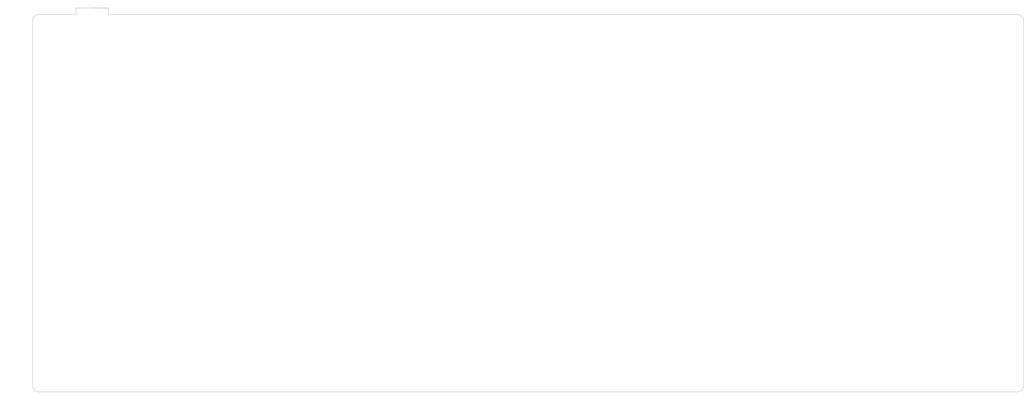
<source format=kicad_pcb>
(kicad_pcb (version 20171130) (host pcbnew "(5.1.6)-1")

  (general
    (thickness 1.6)
    (drawings 695)
    (tracks 0)
    (zones 0)
    (modules 0)
    (nets 1)
  )

  (page A4)
  (layers
    (0 F.Cu signal)
    (31 B.Cu signal)
    (32 B.Adhes user)
    (33 F.Adhes user)
    (34 B.Paste user)
    (35 F.Paste user)
    (36 B.SilkS user)
    (37 F.SilkS user)
    (38 B.Mask user)
    (39 F.Mask user)
    (40 Dwgs.User user)
    (41 Cmts.User user)
    (42 Eco1.User user)
    (43 Eco2.User user)
    (44 Edge.Cuts user)
    (45 Margin user)
    (46 B.CrtYd user)
    (47 F.CrtYd user)
    (48 B.Fab user)
    (49 F.Fab user)
  )

  (setup
    (last_trace_width 0.25)
    (trace_clearance 0.2)
    (zone_clearance 0.508)
    (zone_45_only no)
    (trace_min 0.2)
    (via_size 0.8)
    (via_drill 0.4)
    (via_min_size 0.4)
    (via_min_drill 0.3)
    (uvia_size 0.3)
    (uvia_drill 0.1)
    (uvias_allowed no)
    (uvia_min_size 0.2)
    (uvia_min_drill 0.1)
    (edge_width 0.05)
    (segment_width 0.2)
    (pcb_text_width 0.3)
    (pcb_text_size 1.5 1.5)
    (mod_edge_width 0.12)
    (mod_text_size 1 1)
    (mod_text_width 0.15)
    (pad_size 1.524 1.524)
    (pad_drill 0.762)
    (pad_to_mask_clearance 0.05)
    (aux_axis_origin 0 0)
    (visible_elements FFFFFF7F)
    (pcbplotparams
      (layerselection 0x010fc_ffffffff)
      (usegerberextensions false)
      (usegerberattributes true)
      (usegerberadvancedattributes true)
      (creategerberjobfile true)
      (excludeedgelayer true)
      (linewidth 0.100000)
      (plotframeref false)
      (viasonmask false)
      (mode 1)
      (useauxorigin false)
      (hpglpennumber 1)
      (hpglpenspeed 20)
      (hpglpendiameter 15.000000)
      (psnegative false)
      (psa4output false)
      (plotreference true)
      (plotvalue true)
      (plotinvisibletext false)
      (padsonsilk false)
      (subtractmaskfromsilk false)
      (outputformat 1)
      (mirror false)
      (drillshape 1)
      (scaleselection 1)
      (outputdirectory ""))
  )

  (net 0 "")

  (net_class Default "This is the default net class."
    (clearance 0.2)
    (trace_width 0.25)
    (via_dia 0.8)
    (via_drill 0.4)
    (uvia_dia 0.3)
    (uvia_drill 0.1)
  )

  (gr_line (start 23.574999 -127.15) (end 33.574999 -127.15) (layer Dwgs.User) (width 0.2))
  (gr_line (start 28.574999 -127.15) (end 23.574999 -127.15) (layer Dwgs.User) (width 0.2))
  (gr_line (start 19.049999 -95.25) (end 10.049999 -95.25) (layer Dwgs.User) (width 0.2))
  (gr_circle (center 21.431249 -19.049999) (end 23.431249 -19.049999) (layer Dwgs.User) (width 0.2))
  (gr_circle (center 64.293749 -19.049999) (end 66.293749 -19.049999) (layer Dwgs.User) (width 0.2))
  (gr_circle (center 135.731249 -19.049999) (end 137.731249 -19.049999) (layer Dwgs.User) (width 0.2))
  (gr_circle (center 207.168749 -19.049999) (end 209.168749 -19.049999) (layer Dwgs.User) (width 0.2))
  (gr_circle (center 245.268749 -19.049999) (end 247.268749 -19.049999) (layer Dwgs.User) (width 0.2))
  (gr_circle (center 271.462499 -14.287499) (end 273.462499 -14.287499) (layer Dwgs.User) (width 0.2))
  (gr_circle (center 290.512499 -14.287499) (end 292.512499 -14.287499) (layer Dwgs.User) (width 0.2))
  (gr_circle (center 309.562499 -14.287499) (end 311.562499 -14.287499) (layer Dwgs.User) (width 0.2))
  (gr_circle (center 290.512499 -33.337499) (end 292.512499 -33.337499) (layer Dwgs.User) (width 0.2))
  (gr_circle (center 259.556249 -38.099999) (end 261.556249 -38.099999) (layer Dwgs.User) (width 0.2))
  (gr_circle (center 233.362499 -38.099999) (end 235.362499 -38.099999) (layer Dwgs.User) (width 0.2))
  (gr_circle (center 214.312499 -38.099999) (end 216.312499 -38.099999) (layer Dwgs.User) (width 0.2))
  (gr_circle (center 195.262499 -38.099999) (end 197.262499 -38.099999) (layer Dwgs.User) (width 0.2))
  (gr_circle (center 176.212499 -38.099999) (end 178.212499 -38.099999) (layer Dwgs.User) (width 0.2))
  (gr_circle (center 157.162499 -38.099999) (end 159.162499 -38.099999) (layer Dwgs.User) (width 0.2))
  (gr_circle (center 138.112499 -38.099999) (end 140.112499 -38.099999) (layer Dwgs.User) (width 0.2))
  (gr_circle (center 119.062499 -38.099999) (end 121.062499 -38.099999) (layer Dwgs.User) (width 0.2))
  (gr_circle (center 100.012499 -38.099999) (end 102.012499 -38.099999) (layer Dwgs.User) (width 0.2))
  (gr_circle (center 80.962499 -38.099999) (end 82.962499 -38.099999) (layer Dwgs.User) (width 0.2))
  (gr_circle (center 61.912499 -38.099999) (end 63.912499 -38.099999) (layer Dwgs.User) (width 0.2))
  (gr_circle (center 30.956249 -38.099999) (end 32.956249 -38.099999) (layer Dwgs.User) (width 0.2))
  (gr_circle (center 26.193749 -57.149999) (end 28.193749 -57.149999) (layer Dwgs.User) (width 0.2))
  (gr_circle (center 21.431249 -57.149999) (end 23.431249 -57.149999) (layer Dwgs.User) (width 0.2))
  (gr_circle (center 52.387499 -57.149999) (end 54.387499 -57.149999) (layer Dwgs.User) (width 0.2))
  (gr_circle (center 71.437499 -57.149999) (end 73.437499 -57.149999) (layer Dwgs.User) (width 0.2))
  (gr_circle (center 90.487499 -57.149999) (end 92.487499 -57.149999) (layer Dwgs.User) (width 0.2))
  (gr_circle (center 109.537499 -57.149999) (end 111.537499 -57.149999) (layer Dwgs.User) (width 0.2))
  (gr_circle (center 128.587499 -57.149999) (end 130.587499 -57.149999) (layer Dwgs.User) (width 0.2))
  (gr_circle (center 147.637499 -57.149999) (end 149.637499 -57.149999) (layer Dwgs.User) (width 0.2))
  (gr_circle (center 166.687499 -57.149999) (end 168.687499 -57.149999) (layer Dwgs.User) (width 0.2))
  (gr_circle (center 185.737499 -57.149999) (end 187.737499 -57.149999) (layer Dwgs.User) (width 0.2))
  (gr_circle (center 204.787499 -57.149999) (end 206.787499 -57.149999) (layer Dwgs.User) (width 0.2))
  (gr_circle (center 223.837499 -57.149999) (end 225.837499 -57.149999) (layer Dwgs.User) (width 0.2))
  (gr_circle (center 242.887499 -57.149999) (end 244.887499 -57.149999) (layer Dwgs.User) (width 0.2))
  (gr_circle (center 273.843749 -57.149999) (end 275.843749 -57.149999) (layer Dwgs.User) (width 0.2))
  (gr_circle (center 309.562499 -57.149999) (end 311.562499 -57.149999) (layer Dwgs.User) (width 0.2))
  (gr_circle (center 309.562499 -76.199999) (end 311.562499 -76.199999) (layer Dwgs.User) (width 0.2))
  (gr_circle (center 280.987499 -76.199999) (end 282.987499 -76.199999) (layer Dwgs.User) (width 0.2))
  (gr_circle (center 257.174999 -76.199999) (end 259.174999 -76.199999) (layer Dwgs.User) (width 0.2))
  (gr_circle (center 238.124999 -76.199999) (end 240.124999 -76.199999) (layer Dwgs.User) (width 0.2))
  (gr_circle (center 219.074999 -76.199999) (end 221.074999 -76.199999) (layer Dwgs.User) (width 0.2))
  (gr_circle (center 200.024999 -76.199999) (end 202.024999 -76.199999) (layer Dwgs.User) (width 0.2))
  (gr_circle (center 180.974999 -76.199999) (end 182.974999 -76.199999) (layer Dwgs.User) (width 0.2))
  (gr_circle (center 161.924999 -76.199999) (end 163.924999 -76.199999) (layer Dwgs.User) (width 0.2))
  (gr_circle (center 142.874999 -76.199999) (end 144.874999 -76.199999) (layer Dwgs.User) (width 0.2))
  (gr_circle (center 123.824999 -76.199999) (end 125.824999 -76.199999) (layer Dwgs.User) (width 0.2))
  (gr_circle (center 104.774999 -76.199999) (end 106.774999 -76.199999) (layer Dwgs.User) (width 0.2))
  (gr_circle (center 85.724999 -76.199999) (end 87.724999 -76.199999) (layer Dwgs.User) (width 0.2))
  (gr_circle (center 66.674999 -76.199999) (end 68.674999 -76.199999) (layer Dwgs.User) (width 0.2))
  (gr_circle (center 47.624999 -76.199999) (end 49.624999 -76.199999) (layer Dwgs.User) (width 0.2))
  (gr_circle (center 23.812499 -76.199999) (end 25.812499 -76.199999) (layer Dwgs.User) (width 0.2))
  (gr_circle (center 309.562499 -95.249999) (end 311.562499 -95.249999) (layer Dwgs.User) (width 0.2))
  (gr_circle (center 285.749999 -95.249999) (end 287.749999 -95.249999) (layer Dwgs.User) (width 0.2))
  (gr_circle (center 266.699999 -95.249999) (end 268.699999 -95.249999) (layer Dwgs.User) (width 0.2))
  (gr_circle (center 276.224999 -95.249999) (end 278.224999 -95.249999) (layer Dwgs.User) (width 0.2))
  (gr_circle (center 247.649999 -95.249999) (end 249.649999 -95.249999) (layer Dwgs.User) (width 0.2))
  (gr_circle (center 228.599999 -95.249999) (end 230.599999 -95.249999) (layer Dwgs.User) (width 0.2))
  (gr_circle (center 209.549999 -95.249999) (end 211.549999 -95.249999) (layer Dwgs.User) (width 0.2))
  (gr_circle (center 190.499999 -95.249999) (end 192.499999 -95.249999) (layer Dwgs.User) (width 0.2))
  (gr_circle (center 171.449999 -95.249999) (end 173.449999 -95.249999) (layer Dwgs.User) (width 0.2))
  (gr_circle (center 152.399999 -95.249999) (end 154.399999 -95.249999) (layer Dwgs.User) (width 0.2))
  (gr_circle (center 133.349999 -95.249999) (end 135.349999 -95.249999) (layer Dwgs.User) (width 0.2))
  (gr_circle (center 114.299999 -95.249999) (end 116.299999 -95.249999) (layer Dwgs.User) (width 0.2))
  (gr_circle (center 95.249999 -95.249999) (end 97.249999 -95.249999) (layer Dwgs.User) (width 0.2))
  (gr_circle (center 76.199999 -95.249999) (end 78.199999 -95.249999) (layer Dwgs.User) (width 0.2))
  (gr_circle (center 57.149999 -95.249999) (end 59.149999 -95.249999) (layer Dwgs.User) (width 0.2))
  (gr_circle (center 38.099999 -95.249999) (end 40.099999 -95.249999) (layer Dwgs.User) (width 0.2))
  (gr_circle (center 19.05 -95.25) (end 21.05 -95.25) (layer Dwgs.User) (width 0.2))
  (gr_arc (start 316.0625 -7.7875) (end 316.0625 -7.2875) (angle -90) (layer Dwgs.User) (width 0.2))
  (gr_arc (start 303.0625 -7.7875) (end 302.5625 -7.7875) (angle -90) (layer Dwgs.User) (width 0.2))
  (gr_arc (start 316.0625 -20.7875) (end 316.5625 -20.7875) (angle -90) (layer Dwgs.User) (width 0.2))
  (gr_arc (start 303.0625 -20.7875) (end 303.0625 -21.2875) (angle -90) (layer Dwgs.User) (width 0.2))
  (gr_line (start 316.5625 -20.7875) (end 316.5625 -7.7875) (layer Dwgs.User) (width 0.2))
  (gr_line (start 302.5625 -20.7875) (end 302.5625 -7.7875) (layer Dwgs.User) (width 0.2))
  (gr_line (start 303.0625 -7.2875) (end 316.0625 -7.2875) (layer Dwgs.User) (width 0.2))
  (gr_line (start 303.0625 -21.2875) (end 316.0625 -21.2875) (layer Dwgs.User) (width 0.2))
  (gr_arc (start 297.0125 -7.7875) (end 297.0125 -7.2875) (angle -90) (layer Dwgs.User) (width 0.2))
  (gr_arc (start 284.0125 -7.7875) (end 283.5125 -7.7875) (angle -90) (layer Dwgs.User) (width 0.2))
  (gr_arc (start 297.0125 -20.7875) (end 297.5125 -20.7875) (angle -90) (layer Dwgs.User) (width 0.2))
  (gr_arc (start 284.0125 -20.7875) (end 284.0125 -21.2875) (angle -90) (layer Dwgs.User) (width 0.2))
  (gr_line (start 297.5125 -20.7875) (end 297.5125 -7.7875) (layer Dwgs.User) (width 0.2))
  (gr_line (start 283.5125 -20.7875) (end 283.5125 -7.7875) (layer Dwgs.User) (width 0.2))
  (gr_line (start 284.0125 -7.2875) (end 297.0125 -7.2875) (layer Dwgs.User) (width 0.2))
  (gr_line (start 284.0125 -21.2875) (end 297.0125 -21.2875) (layer Dwgs.User) (width 0.2))
  (gr_arc (start 277.9625 -7.7875) (end 277.9625 -7.2875) (angle -90) (layer Dwgs.User) (width 0.2))
  (gr_arc (start 264.962499 -7.7875) (end 264.462499 -7.7875) (angle -90) (layer Dwgs.User) (width 0.2))
  (gr_arc (start 277.9625 -20.7875) (end 278.4625 -20.7875) (angle -90) (layer Dwgs.User) (width 0.2))
  (gr_arc (start 264.962499 -20.7875) (end 264.962499 -21.2875) (angle -90) (layer Dwgs.User) (width 0.2))
  (gr_line (start 278.4625 -20.7875) (end 278.4625 -7.7875) (layer Dwgs.User) (width 0.2))
  (gr_line (start 264.462499 -20.7875) (end 264.462499 -7.7875) (layer Dwgs.User) (width 0.2))
  (gr_line (start 264.962499 -7.2875) (end 277.9625 -7.2875) (layer Dwgs.User) (width 0.2))
  (gr_line (start 264.962499 -21.2875) (end 277.9625 -21.2875) (layer Dwgs.User) (width 0.2))
  (gr_arc (start 251.76875 -12.55) (end 251.76875 -12.05) (angle -90) (layer Dwgs.User) (width 0.2))
  (gr_arc (start 238.76875 -12.55) (end 238.26875 -12.55) (angle -90) (layer Dwgs.User) (width 0.2))
  (gr_arc (start 251.76875 -25.55) (end 252.26875 -25.55) (angle -90) (layer Dwgs.User) (width 0.2))
  (gr_arc (start 238.76875 -25.55) (end 238.76875 -26.05) (angle -90) (layer Dwgs.User) (width 0.2))
  (gr_line (start 252.26875 -25.55) (end 252.26875 -12.55) (layer Dwgs.User) (width 0.2))
  (gr_line (start 238.26875 -25.55) (end 238.26875 -12.55) (layer Dwgs.User) (width 0.2))
  (gr_line (start 238.76875 -12.05) (end 251.76875 -12.05) (layer Dwgs.User) (width 0.2))
  (gr_line (start 238.76875 -26.05) (end 251.76875 -26.05) (layer Dwgs.User) (width 0.2))
  (gr_arc (start 213.66875 -12.55) (end 213.66875 -12.05) (angle -90) (layer Dwgs.User) (width 0.2))
  (gr_arc (start 200.66875 -12.55) (end 200.16875 -12.55) (angle -90) (layer Dwgs.User) (width 0.2))
  (gr_arc (start 213.66875 -25.55) (end 214.16875 -25.55) (angle -90) (layer Dwgs.User) (width 0.2))
  (gr_arc (start 200.66875 -25.55) (end 200.66875 -26.05) (angle -90) (layer Dwgs.User) (width 0.2))
  (gr_line (start 214.16875 -25.55) (end 214.16875 -12.55) (layer Dwgs.User) (width 0.2))
  (gr_line (start 200.16875 -25.55) (end 200.16875 -12.55) (layer Dwgs.User) (width 0.2))
  (gr_line (start 200.66875 -12.05) (end 213.66875 -12.05) (layer Dwgs.User) (width 0.2))
  (gr_line (start 200.66875 -26.05) (end 213.66875 -26.05) (layer Dwgs.User) (width 0.2))
  (gr_arc (start 88.73125 -10.55) (end 88.73125 -10.05) (angle -90) (layer Dwgs.User) (width 0.2))
  (gr_arc (start 82.73125 -10.55) (end 82.23125 -10.55) (angle -90) (layer Dwgs.User) (width 0.2))
  (gr_arc (start 88.73125 -24.55) (end 89.23125 -24.55) (angle -90) (layer Dwgs.User) (width 0.2))
  (gr_arc (start 82.73125 -24.55) (end 82.73125 -25.05) (angle -90) (layer Dwgs.User) (width 0.2))
  (gr_line (start 89.23125 -24.55) (end 89.23125 -10.55) (layer Dwgs.User) (width 0.2))
  (gr_line (start 82.23125 -24.55) (end 82.23125 -10.55) (layer Dwgs.User) (width 0.2))
  (gr_line (start 82.73125 -10.05) (end 88.73125 -10.05) (layer Dwgs.User) (width 0.2))
  (gr_line (start 82.73125 -25.05) (end 88.73125 -25.05) (layer Dwgs.User) (width 0.2))
  (gr_arc (start 188.73125 -10.55) (end 188.73125 -10.05) (angle -90) (layer Dwgs.User) (width 0.2))
  (gr_arc (start 182.73125 -10.55) (end 182.23125 -10.55) (angle -90) (layer Dwgs.User) (width 0.2))
  (gr_arc (start 188.73125 -24.55) (end 189.23125 -24.55) (angle -90) (layer Dwgs.User) (width 0.2))
  (gr_arc (start 182.73125 -24.55) (end 182.73125 -25.05) (angle -90) (layer Dwgs.User) (width 0.2))
  (gr_line (start 189.23125 -24.55) (end 189.23125 -10.55) (layer Dwgs.User) (width 0.2))
  (gr_line (start 182.23125 -24.55) (end 182.23125 -10.55) (layer Dwgs.User) (width 0.2))
  (gr_line (start 182.73125 -10.05) (end 188.73125 -10.05) (layer Dwgs.User) (width 0.2))
  (gr_line (start 182.73125 -25.05) (end 188.73125 -25.05) (layer Dwgs.User) (width 0.2))
  (gr_arc (start 142.23125 -12.55) (end 142.23125 -12.05) (angle -90) (layer Dwgs.User) (width 0.2))
  (gr_arc (start 129.231249 -12.55) (end 128.731249 -12.55) (angle -90) (layer Dwgs.User) (width 0.2))
  (gr_arc (start 142.23125 -25.55) (end 142.73125 -25.55) (angle -90) (layer Dwgs.User) (width 0.2))
  (gr_arc (start 129.231249 -25.55) (end 129.231249 -26.05) (angle -90) (layer Dwgs.User) (width 0.2))
  (gr_line (start 142.73125 -25.55) (end 142.73125 -12.55) (layer Dwgs.User) (width 0.2))
  (gr_line (start 128.731249 -25.55) (end 128.731249 -12.55) (layer Dwgs.User) (width 0.2))
  (gr_line (start 129.231249 -12.05) (end 142.23125 -12.05) (layer Dwgs.User) (width 0.2))
  (gr_line (start 129.231249 -26.05) (end 142.23125 -26.05) (layer Dwgs.User) (width 0.2))
  (gr_arc (start 70.79375 -12.55) (end 70.79375 -12.05) (angle -90) (layer Dwgs.User) (width 0.2))
  (gr_arc (start 57.79375 -12.55) (end 57.29375 -12.55) (angle -90) (layer Dwgs.User) (width 0.2))
  (gr_arc (start 70.79375 -25.55) (end 71.29375 -25.55) (angle -90) (layer Dwgs.User) (width 0.2))
  (gr_arc (start 57.79375 -25.55) (end 57.79375 -26.05) (angle -90) (layer Dwgs.User) (width 0.2))
  (gr_line (start 71.29375 -25.55) (end 71.29375 -12.55) (layer Dwgs.User) (width 0.2))
  (gr_line (start 57.29375 -25.55) (end 57.29375 -12.55) (layer Dwgs.User) (width 0.2))
  (gr_line (start 57.79375 -12.05) (end 70.79375 -12.05) (layer Dwgs.User) (width 0.2))
  (gr_line (start 57.79375 -26.05) (end 70.79375 -26.05) (layer Dwgs.User) (width 0.2))
  (gr_arc (start 27.93125 -12.55) (end 27.93125 -12.05) (angle -90) (layer Dwgs.User) (width 0.2))
  (gr_arc (start 14.93125 -12.55) (end 14.43125 -12.55) (angle -90) (layer Dwgs.User) (width 0.2))
  (gr_arc (start 27.93125 -25.55) (end 28.43125 -25.55) (angle -90) (layer Dwgs.User) (width 0.2))
  (gr_arc (start 14.93125 -25.55) (end 14.93125 -26.05) (angle -90) (layer Dwgs.User) (width 0.2))
  (gr_line (start 28.43125 -25.55) (end 28.43125 -12.55) (layer Dwgs.User) (width 0.2))
  (gr_line (start 14.43125 -25.55) (end 14.43125 -12.55) (layer Dwgs.User) (width 0.2))
  (gr_line (start 14.93125 -12.05) (end 27.93125 -12.05) (layer Dwgs.User) (width 0.2))
  (gr_line (start 14.93125 -26.05) (end 27.93125 -26.05) (layer Dwgs.User) (width 0.2))
  (gr_arc (start 297.0125 -26.8375) (end 297.0125 -26.3375) (angle -90) (layer Dwgs.User) (width 0.2))
  (gr_arc (start 284.0125 -26.8375) (end 283.5125 -26.8375) (angle -90) (layer Dwgs.User) (width 0.2))
  (gr_arc (start 297.0125 -39.8375) (end 297.5125 -39.8375) (angle -90) (layer Dwgs.User) (width 0.2))
  (gr_arc (start 284.0125 -39.8375) (end 284.0125 -40.3375) (angle -90) (layer Dwgs.User) (width 0.2))
  (gr_line (start 297.5125 -39.8375) (end 297.5125 -26.8375) (layer Dwgs.User) (width 0.2))
  (gr_line (start 283.5125 -39.8375) (end 283.5125 -26.8375) (layer Dwgs.User) (width 0.2))
  (gr_line (start 284.0125 -26.3375) (end 297.0125 -26.3375) (layer Dwgs.User) (width 0.2))
  (gr_line (start 284.0125 -40.3375) (end 297.0125 -40.3375) (layer Dwgs.User) (width 0.2))
  (gr_arc (start 266.056249 -31.6) (end 266.056249 -31.1) (angle -90) (layer Dwgs.User) (width 0.2))
  (gr_arc (start 253.05625 -31.6) (end 252.55625 -31.6) (angle -90) (layer Dwgs.User) (width 0.2))
  (gr_arc (start 266.056249 -44.6) (end 266.556249 -44.6) (angle -90) (layer Dwgs.User) (width 0.2))
  (gr_arc (start 253.05625 -44.6) (end 253.05625 -45.1) (angle -90) (layer Dwgs.User) (width 0.2))
  (gr_line (start 266.556249 -44.6) (end 266.556249 -31.6) (layer Dwgs.User) (width 0.2))
  (gr_line (start 252.55625 -44.6) (end 252.55625 -31.6) (layer Dwgs.User) (width 0.2))
  (gr_line (start 253.05625 -31.1) (end 266.056249 -31.1) (layer Dwgs.User) (width 0.2))
  (gr_line (start 253.05625 -45.1) (end 266.056249 -45.1) (layer Dwgs.User) (width 0.2))
  (gr_arc (start 239.8625 -31.6) (end 239.8625 -31.1) (angle -90) (layer Dwgs.User) (width 0.2))
  (gr_arc (start 226.8625 -31.6) (end 226.3625 -31.6) (angle -90) (layer Dwgs.User) (width 0.2))
  (gr_arc (start 239.8625 -44.6) (end 240.3625 -44.6) (angle -90) (layer Dwgs.User) (width 0.2))
  (gr_arc (start 226.8625 -44.6) (end 226.8625 -45.1) (angle -90) (layer Dwgs.User) (width 0.2))
  (gr_line (start 240.3625 -44.6) (end 240.3625 -31.6) (layer Dwgs.User) (width 0.2))
  (gr_line (start 226.3625 -44.6) (end 226.3625 -31.6) (layer Dwgs.User) (width 0.2))
  (gr_line (start 226.8625 -31.1) (end 239.8625 -31.1) (layer Dwgs.User) (width 0.2))
  (gr_line (start 226.8625 -45.1) (end 239.8625 -45.1) (layer Dwgs.User) (width 0.2))
  (gr_arc (start 220.8125 -31.6) (end 220.8125 -31.1) (angle -90) (layer Dwgs.User) (width 0.2))
  (gr_arc (start 207.8125 -31.6) (end 207.3125 -31.6) (angle -90) (layer Dwgs.User) (width 0.2))
  (gr_arc (start 220.8125 -44.6) (end 221.3125 -44.6) (angle -90) (layer Dwgs.User) (width 0.2))
  (gr_arc (start 207.8125 -44.6) (end 207.8125 -45.1) (angle -90) (layer Dwgs.User) (width 0.2))
  (gr_line (start 221.3125 -44.6) (end 221.3125 -31.6) (layer Dwgs.User) (width 0.2))
  (gr_line (start 207.3125 -44.6) (end 207.3125 -31.6) (layer Dwgs.User) (width 0.2))
  (gr_line (start 207.8125 -31.1) (end 220.8125 -31.1) (layer Dwgs.User) (width 0.2))
  (gr_line (start 207.8125 -45.1) (end 220.8125 -45.1) (layer Dwgs.User) (width 0.2))
  (gr_arc (start 201.7625 -31.6) (end 201.7625 -31.1) (angle -90) (layer Dwgs.User) (width 0.2))
  (gr_arc (start 188.7625 -31.6) (end 188.2625 -31.6) (angle -90) (layer Dwgs.User) (width 0.2))
  (gr_arc (start 201.7625 -44.6) (end 202.2625 -44.6) (angle -90) (layer Dwgs.User) (width 0.2))
  (gr_arc (start 188.7625 -44.6) (end 188.7625 -45.1) (angle -90) (layer Dwgs.User) (width 0.2))
  (gr_line (start 202.2625 -44.6) (end 202.2625 -31.6) (layer Dwgs.User) (width 0.2))
  (gr_line (start 188.2625 -44.6) (end 188.2625 -31.6) (layer Dwgs.User) (width 0.2))
  (gr_line (start 188.7625 -31.1) (end 201.7625 -31.1) (layer Dwgs.User) (width 0.2))
  (gr_line (start 188.7625 -45.1) (end 201.7625 -45.1) (layer Dwgs.User) (width 0.2))
  (gr_arc (start 182.7125 -31.6) (end 182.7125 -31.1) (angle -90) (layer Dwgs.User) (width 0.2))
  (gr_arc (start 169.7125 -31.6) (end 169.2125 -31.6) (angle -90) (layer Dwgs.User) (width 0.2))
  (gr_arc (start 182.7125 -44.6) (end 183.2125 -44.6) (angle -90) (layer Dwgs.User) (width 0.2))
  (gr_arc (start 169.7125 -44.6) (end 169.7125 -45.1) (angle -90) (layer Dwgs.User) (width 0.2))
  (gr_line (start 183.2125 -44.6) (end 183.2125 -31.6) (layer Dwgs.User) (width 0.2))
  (gr_line (start 169.2125 -44.6) (end 169.2125 -31.6) (layer Dwgs.User) (width 0.2))
  (gr_line (start 169.7125 -31.1) (end 182.7125 -31.1) (layer Dwgs.User) (width 0.2))
  (gr_line (start 169.7125 -45.1) (end 182.7125 -45.1) (layer Dwgs.User) (width 0.2))
  (gr_arc (start 163.6625 -31.6) (end 163.6625 -31.1) (angle -90) (layer Dwgs.User) (width 0.2))
  (gr_arc (start 150.6625 -31.6) (end 150.1625 -31.6) (angle -90) (layer Dwgs.User) (width 0.2))
  (gr_arc (start 163.6625 -44.6) (end 164.1625 -44.6) (angle -90) (layer Dwgs.User) (width 0.2))
  (gr_arc (start 150.6625 -44.6) (end 150.6625 -45.1) (angle -90) (layer Dwgs.User) (width 0.2))
  (gr_line (start 164.1625 -44.6) (end 164.1625 -31.6) (layer Dwgs.User) (width 0.2))
  (gr_line (start 150.1625 -44.6) (end 150.1625 -31.6) (layer Dwgs.User) (width 0.2))
  (gr_line (start 150.6625 -31.1) (end 163.6625 -31.1) (layer Dwgs.User) (width 0.2))
  (gr_line (start 150.6625 -45.1) (end 163.6625 -45.1) (layer Dwgs.User) (width 0.2))
  (gr_arc (start 144.6125 -31.6) (end 144.6125 -31.1) (angle -90) (layer Dwgs.User) (width 0.2))
  (gr_arc (start 131.6125 -31.6) (end 131.1125 -31.6) (angle -90) (layer Dwgs.User) (width 0.2))
  (gr_arc (start 144.6125 -44.6) (end 145.1125 -44.6) (angle -90) (layer Dwgs.User) (width 0.2))
  (gr_arc (start 131.6125 -44.6) (end 131.6125 -45.1) (angle -90) (layer Dwgs.User) (width 0.2))
  (gr_line (start 145.1125 -44.6) (end 145.1125 -31.6) (layer Dwgs.User) (width 0.2))
  (gr_line (start 131.1125 -44.6) (end 131.1125 -31.6) (layer Dwgs.User) (width 0.2))
  (gr_line (start 131.6125 -31.1) (end 144.6125 -31.1) (layer Dwgs.User) (width 0.2))
  (gr_line (start 131.6125 -45.1) (end 144.6125 -45.1) (layer Dwgs.User) (width 0.2))
  (gr_arc (start 125.5625 -31.6) (end 125.5625 -31.1) (angle -90) (layer Dwgs.User) (width 0.2))
  (gr_arc (start 112.5625 -31.6) (end 112.0625 -31.6) (angle -90) (layer Dwgs.User) (width 0.2))
  (gr_arc (start 125.5625 -44.6) (end 126.0625 -44.6) (angle -90) (layer Dwgs.User) (width 0.2))
  (gr_arc (start 112.5625 -44.6) (end 112.5625 -45.1) (angle -90) (layer Dwgs.User) (width 0.2))
  (gr_line (start 126.0625 -44.6) (end 126.0625 -31.6) (layer Dwgs.User) (width 0.2))
  (gr_line (start 112.0625 -44.6) (end 112.0625 -31.6) (layer Dwgs.User) (width 0.2))
  (gr_line (start 112.5625 -31.1) (end 125.5625 -31.1) (layer Dwgs.User) (width 0.2))
  (gr_line (start 112.5625 -45.1) (end 125.5625 -45.1) (layer Dwgs.User) (width 0.2))
  (gr_arc (start 106.5125 -31.6) (end 106.5125 -31.1) (angle -90) (layer Dwgs.User) (width 0.2))
  (gr_arc (start 93.5125 -31.6) (end 93.0125 -31.6) (angle -90) (layer Dwgs.User) (width 0.2))
  (gr_arc (start 106.5125 -44.6) (end 107.0125 -44.6) (angle -90) (layer Dwgs.User) (width 0.2))
  (gr_arc (start 93.5125 -44.6) (end 93.5125 -45.1) (angle -90) (layer Dwgs.User) (width 0.2))
  (gr_line (start 107.0125 -44.6) (end 107.0125 -31.6) (layer Dwgs.User) (width 0.2))
  (gr_line (start 93.0125 -44.6) (end 93.0125 -31.6) (layer Dwgs.User) (width 0.2))
  (gr_line (start 93.5125 -31.1) (end 106.5125 -31.1) (layer Dwgs.User) (width 0.2))
  (gr_line (start 93.5125 -45.1) (end 106.5125 -45.1) (layer Dwgs.User) (width 0.2))
  (gr_arc (start 87.4625 -31.6) (end 87.4625 -31.1) (angle -90) (layer Dwgs.User) (width 0.2))
  (gr_arc (start 74.4625 -31.6) (end 73.9625 -31.6) (angle -90) (layer Dwgs.User) (width 0.2))
  (gr_arc (start 87.4625 -44.6) (end 87.9625 -44.6) (angle -90) (layer Dwgs.User) (width 0.2))
  (gr_arc (start 74.4625 -44.6) (end 74.4625 -45.1) (angle -90) (layer Dwgs.User) (width 0.2))
  (gr_line (start 87.9625 -44.6) (end 87.9625 -31.6) (layer Dwgs.User) (width 0.2))
  (gr_line (start 73.9625 -44.6) (end 73.9625 -31.6) (layer Dwgs.User) (width 0.2))
  (gr_line (start 74.4625 -31.1) (end 87.4625 -31.1) (layer Dwgs.User) (width 0.2))
  (gr_line (start 74.4625 -45.1) (end 87.4625 -45.1) (layer Dwgs.User) (width 0.2))
  (gr_arc (start 68.4125 -31.6) (end 68.4125 -31.1) (angle -90) (layer Dwgs.User) (width 0.2))
  (gr_arc (start 55.4125 -31.6) (end 54.9125 -31.6) (angle -90) (layer Dwgs.User) (width 0.2))
  (gr_arc (start 68.4125 -44.6) (end 68.9125 -44.6) (angle -90) (layer Dwgs.User) (width 0.2))
  (gr_arc (start 55.4125 -44.6) (end 55.4125 -45.1) (angle -90) (layer Dwgs.User) (width 0.2))
  (gr_line (start 68.9125 -44.6) (end 68.9125 -31.6) (layer Dwgs.User) (width 0.2))
  (gr_line (start 54.9125 -44.6) (end 54.9125 -31.6) (layer Dwgs.User) (width 0.2))
  (gr_line (start 55.4125 -31.1) (end 68.4125 -31.1) (layer Dwgs.User) (width 0.2))
  (gr_line (start 55.4125 -45.1) (end 68.4125 -45.1) (layer Dwgs.User) (width 0.2))
  (gr_arc (start 22.01825 -29.6) (end 22.01825 -29.1) (angle -90) (layer Dwgs.User) (width 0.2))
  (gr_arc (start 16.018249 -29.6) (end 15.518249 -29.6) (angle -90) (layer Dwgs.User) (width 0.2))
  (gr_arc (start 22.01825 -43.6) (end 22.51825 -43.6) (angle -90) (layer Dwgs.User) (width 0.2))
  (gr_arc (start 16.018249 -43.6) (end 16.018249 -44.1) (angle -90) (layer Dwgs.User) (width 0.2))
  (gr_line (start 22.51825 -43.6) (end 22.51825 -29.6) (layer Dwgs.User) (width 0.2))
  (gr_line (start 15.51825 -43.6) (end 15.51825 -29.6) (layer Dwgs.User) (width 0.2))
  (gr_line (start 16.018249 -29.1) (end 22.01825 -29.1) (layer Dwgs.User) (width 0.2))
  (gr_line (start 16.018249 -44.1) (end 22.01825 -44.1) (layer Dwgs.User) (width 0.2))
  (gr_arc (start 45.89425 -29.6) (end 45.89425 -29.1) (angle -90) (layer Dwgs.User) (width 0.2))
  (gr_arc (start 39.89425 -29.6) (end 39.39425 -29.6) (angle -90) (layer Dwgs.User) (width 0.2))
  (gr_arc (start 45.89425 -43.6) (end 46.39425 -43.6) (angle -90) (layer Dwgs.User) (width 0.2))
  (gr_arc (start 39.89425 -43.6) (end 39.89425 -44.1) (angle -90) (layer Dwgs.User) (width 0.2))
  (gr_line (start 46.39425 -43.6) (end 46.39425 -29.6) (layer Dwgs.User) (width 0.2))
  (gr_line (start 39.39425 -43.6) (end 39.39425 -29.6) (layer Dwgs.User) (width 0.2))
  (gr_line (start 39.89425 -29.1) (end 45.89425 -29.1) (layer Dwgs.User) (width 0.2))
  (gr_line (start 39.89425 -44.1) (end 45.89425 -44.1) (layer Dwgs.User) (width 0.2))
  (gr_arc (start 37.45625 -31.6) (end 37.45625 -31.1) (angle -90) (layer Dwgs.User) (width 0.2))
  (gr_arc (start 24.45625 -31.6) (end 23.95625 -31.6) (angle -90) (layer Dwgs.User) (width 0.2))
  (gr_arc (start 37.45625 -44.6) (end 37.95625 -44.6) (angle -90) (layer Dwgs.User) (width 0.2))
  (gr_arc (start 24.45625 -44.6) (end 24.45625 -45.1) (angle -90) (layer Dwgs.User) (width 0.2))
  (gr_line (start 37.95625 -44.6) (end 37.95625 -31.6) (layer Dwgs.User) (width 0.2))
  (gr_line (start 23.95625 -44.6) (end 23.95625 -31.6) (layer Dwgs.User) (width 0.2))
  (gr_line (start 24.45625 -31.1) (end 37.45625 -31.1) (layer Dwgs.User) (width 0.2))
  (gr_line (start 24.45625 -45.1) (end 37.45625 -45.1) (layer Dwgs.User) (width 0.2))
  (gr_arc (start 316.0625 -50.65) (end 316.0625 -50.15) (angle -90) (layer Dwgs.User) (width 0.2))
  (gr_arc (start 303.0625 -50.65) (end 302.5625 -50.65) (angle -90) (layer Dwgs.User) (width 0.2))
  (gr_arc (start 316.0625 -63.65) (end 316.5625 -63.65) (angle -90) (layer Dwgs.User) (width 0.2))
  (gr_arc (start 303.0625 -63.65) (end 303.0625 -64.15) (angle -90) (layer Dwgs.User) (width 0.2))
  (gr_line (start 316.5625 -63.65) (end 316.5625 -50.65) (layer Dwgs.User) (width 0.2))
  (gr_line (start 302.5625 -63.65) (end 302.5625 -50.65) (layer Dwgs.User) (width 0.2))
  (gr_line (start 303.0625 -50.15) (end 316.0625 -50.15) (layer Dwgs.User) (width 0.2))
  (gr_line (start 303.0625 -64.15) (end 316.0625 -64.15) (layer Dwgs.User) (width 0.2))
  (gr_arc (start 264.90575 -48.65) (end 264.90575 -48.15) (angle -90) (layer Dwgs.User) (width 0.2))
  (gr_arc (start 258.90575 -48.65) (end 258.40575 -48.65) (angle -90) (layer Dwgs.User) (width 0.2))
  (gr_arc (start 264.90575 -62.65) (end 265.40575 -62.65) (angle -90) (layer Dwgs.User) (width 0.2))
  (gr_arc (start 258.90575 -62.65) (end 258.90575 -63.15) (angle -90) (layer Dwgs.User) (width 0.2))
  (gr_line (start 265.40575 -62.65) (end 265.40575 -48.65) (layer Dwgs.User) (width 0.2))
  (gr_line (start 258.40575 -62.65) (end 258.40575 -48.65) (layer Dwgs.User) (width 0.2))
  (gr_line (start 258.90575 -48.15) (end 264.90575 -48.15) (layer Dwgs.User) (width 0.2))
  (gr_line (start 258.90575 -63.15) (end 264.90575 -63.15) (layer Dwgs.User) (width 0.2))
  (gr_arc (start 288.78175 -48.65) (end 288.78175 -48.15) (angle -90) (layer Dwgs.User) (width 0.2))
  (gr_arc (start 282.78175 -48.65) (end 282.28175 -48.65) (angle -90) (layer Dwgs.User) (width 0.2))
  (gr_arc (start 288.78175 -62.65) (end 289.28175 -62.65) (angle -90) (layer Dwgs.User) (width 0.2))
  (gr_arc (start 282.78175 -62.65) (end 282.78175 -63.15) (angle -90) (layer Dwgs.User) (width 0.2))
  (gr_line (start 289.28175 -62.65) (end 289.28175 -48.65) (layer Dwgs.User) (width 0.2))
  (gr_line (start 282.28175 -62.65) (end 282.28175 -48.65) (layer Dwgs.User) (width 0.2))
  (gr_line (start 282.78175 -48.15) (end 288.78175 -48.15) (layer Dwgs.User) (width 0.2))
  (gr_line (start 282.78175 -63.15) (end 288.78175 -63.15) (layer Dwgs.User) (width 0.2))
  (gr_arc (start 280.34375 -50.65) (end 280.34375 -50.15) (angle -90) (layer Dwgs.User) (width 0.2))
  (gr_arc (start 267.34375 -50.65) (end 266.84375 -50.65) (angle -90) (layer Dwgs.User) (width 0.2))
  (gr_arc (start 280.34375 -63.65) (end 280.84375 -63.65) (angle -90) (layer Dwgs.User) (width 0.2))
  (gr_arc (start 267.34375 -63.65) (end 267.34375 -64.15) (angle -90) (layer Dwgs.User) (width 0.2))
  (gr_line (start 280.84375 -63.65) (end 280.84375 -50.65) (layer Dwgs.User) (width 0.2))
  (gr_line (start 266.84375 -63.65) (end 266.84375 -50.65) (layer Dwgs.User) (width 0.2))
  (gr_line (start 267.34375 -50.15) (end 280.34375 -50.15) (layer Dwgs.User) (width 0.2))
  (gr_line (start 267.34375 -64.15) (end 280.34375 -64.15) (layer Dwgs.User) (width 0.2))
  (gr_arc (start 249.3875 -50.65) (end 249.3875 -50.15) (angle -90) (layer Dwgs.User) (width 0.2))
  (gr_arc (start 236.3875 -50.65) (end 235.8875 -50.65) (angle -90) (layer Dwgs.User) (width 0.2))
  (gr_arc (start 249.3875 -63.65) (end 249.8875 -63.65) (angle -90) (layer Dwgs.User) (width 0.2))
  (gr_arc (start 236.3875 -63.65) (end 236.3875 -64.15) (angle -90) (layer Dwgs.User) (width 0.2))
  (gr_line (start 249.8875 -63.65) (end 249.8875 -50.65) (layer Dwgs.User) (width 0.2))
  (gr_line (start 235.8875 -63.65) (end 235.8875 -50.65) (layer Dwgs.User) (width 0.2))
  (gr_line (start 236.3875 -50.15) (end 249.3875 -50.15) (layer Dwgs.User) (width 0.2))
  (gr_line (start 236.3875 -64.15) (end 249.3875 -64.15) (layer Dwgs.User) (width 0.2))
  (gr_arc (start 230.3375 -50.65) (end 230.3375 -50.15) (angle -90) (layer Dwgs.User) (width 0.2))
  (gr_arc (start 217.3375 -50.65) (end 216.8375 -50.65) (angle -90) (layer Dwgs.User) (width 0.2))
  (gr_arc (start 230.3375 -63.65) (end 230.8375 -63.65) (angle -90) (layer Dwgs.User) (width 0.2))
  (gr_arc (start 217.3375 -63.65) (end 217.3375 -64.15) (angle -90) (layer Dwgs.User) (width 0.2))
  (gr_line (start 230.8375 -63.65) (end 230.8375 -50.65) (layer Dwgs.User) (width 0.2))
  (gr_line (start 216.8375 -63.65) (end 216.8375 -50.65) (layer Dwgs.User) (width 0.2))
  (gr_line (start 217.3375 -50.15) (end 230.3375 -50.15) (layer Dwgs.User) (width 0.2))
  (gr_line (start 217.3375 -64.15) (end 230.3375 -64.15) (layer Dwgs.User) (width 0.2))
  (gr_arc (start 211.2875 -50.65) (end 211.2875 -50.15) (angle -90) (layer Dwgs.User) (width 0.2))
  (gr_arc (start 198.2875 -50.65) (end 197.7875 -50.65) (angle -90) (layer Dwgs.User) (width 0.2))
  (gr_arc (start 211.2875 -63.65) (end 211.7875 -63.65) (angle -90) (layer Dwgs.User) (width 0.2))
  (gr_arc (start 198.2875 -63.65) (end 198.2875 -64.15) (angle -90) (layer Dwgs.User) (width 0.2))
  (gr_line (start 211.7875 -63.65) (end 211.7875 -50.65) (layer Dwgs.User) (width 0.2))
  (gr_line (start 197.7875 -63.65) (end 197.7875 -50.65) (layer Dwgs.User) (width 0.2))
  (gr_line (start 198.2875 -50.15) (end 211.2875 -50.15) (layer Dwgs.User) (width 0.2))
  (gr_line (start 198.2875 -64.15) (end 211.2875 -64.15) (layer Dwgs.User) (width 0.2))
  (gr_arc (start 192.2375 -50.65) (end 192.2375 -50.15) (angle -90) (layer Dwgs.User) (width 0.2))
  (gr_arc (start 179.2375 -50.65) (end 178.7375 -50.65) (angle -90) (layer Dwgs.User) (width 0.2))
  (gr_arc (start 192.2375 -63.65) (end 192.7375 -63.65) (angle -90) (layer Dwgs.User) (width 0.2))
  (gr_arc (start 179.2375 -63.65) (end 179.2375 -64.15) (angle -90) (layer Dwgs.User) (width 0.2))
  (gr_line (start 192.7375 -63.65) (end 192.7375 -50.65) (layer Dwgs.User) (width 0.2))
  (gr_line (start 178.7375 -63.65) (end 178.7375 -50.65) (layer Dwgs.User) (width 0.2))
  (gr_line (start 179.2375 -50.15) (end 192.2375 -50.15) (layer Dwgs.User) (width 0.2))
  (gr_line (start 179.2375 -64.15) (end 192.2375 -64.15) (layer Dwgs.User) (width 0.2))
  (gr_arc (start 173.1875 -50.65) (end 173.1875 -50.15) (angle -90) (layer Dwgs.User) (width 0.2))
  (gr_arc (start 160.1875 -50.65) (end 159.6875 -50.65) (angle -90) (layer Dwgs.User) (width 0.2))
  (gr_arc (start 173.1875 -63.65) (end 173.6875 -63.65) (angle -90) (layer Dwgs.User) (width 0.2))
  (gr_arc (start 160.1875 -63.65) (end 160.1875 -64.15) (angle -90) (layer Dwgs.User) (width 0.2))
  (gr_line (start 173.6875 -63.65) (end 173.6875 -50.65) (layer Dwgs.User) (width 0.2))
  (gr_line (start 159.6875 -63.65) (end 159.6875 -50.65) (layer Dwgs.User) (width 0.2))
  (gr_line (start 160.1875 -50.15) (end 173.1875 -50.15) (layer Dwgs.User) (width 0.2))
  (gr_line (start 160.1875 -64.15) (end 173.1875 -64.15) (layer Dwgs.User) (width 0.2))
  (gr_arc (start 154.1375 -50.65) (end 154.1375 -50.15) (angle -90) (layer Dwgs.User) (width 0.2))
  (gr_arc (start 141.1375 -50.65) (end 140.6375 -50.65) (angle -90) (layer Dwgs.User) (width 0.2))
  (gr_arc (start 154.1375 -63.65) (end 154.6375 -63.65) (angle -90) (layer Dwgs.User) (width 0.2))
  (gr_arc (start 141.1375 -63.65) (end 141.1375 -64.15) (angle -90) (layer Dwgs.User) (width 0.2))
  (gr_line (start 154.6375 -63.65) (end 154.6375 -50.65) (layer Dwgs.User) (width 0.2))
  (gr_line (start 140.6375 -63.65) (end 140.6375 -50.65) (layer Dwgs.User) (width 0.2))
  (gr_line (start 141.1375 -50.15) (end 154.1375 -50.15) (layer Dwgs.User) (width 0.2))
  (gr_line (start 141.1375 -64.15) (end 154.1375 -64.15) (layer Dwgs.User) (width 0.2))
  (gr_arc (start 135.0875 -50.65) (end 135.0875 -50.15) (angle -90) (layer Dwgs.User) (width 0.2))
  (gr_arc (start 122.0875 -50.65) (end 121.5875 -50.65) (angle -90) (layer Dwgs.User) (width 0.2))
  (gr_arc (start 135.0875 -63.65) (end 135.5875 -63.65) (angle -90) (layer Dwgs.User) (width 0.2))
  (gr_arc (start 122.0875 -63.65) (end 122.0875 -64.15) (angle -90) (layer Dwgs.User) (width 0.2))
  (gr_line (start 135.5875 -63.65) (end 135.5875 -50.65) (layer Dwgs.User) (width 0.2))
  (gr_line (start 121.5875 -63.65) (end 121.5875 -50.65) (layer Dwgs.User) (width 0.2))
  (gr_line (start 122.0875 -50.15) (end 135.0875 -50.15) (layer Dwgs.User) (width 0.2))
  (gr_line (start 122.0875 -64.15) (end 135.0875 -64.15) (layer Dwgs.User) (width 0.2))
  (gr_arc (start 116.0375 -50.65) (end 116.0375 -50.15) (angle -90) (layer Dwgs.User) (width 0.2))
  (gr_arc (start 103.0375 -50.65) (end 102.5375 -50.65) (angle -90) (layer Dwgs.User) (width 0.2))
  (gr_arc (start 116.0375 -63.65) (end 116.5375 -63.65) (angle -90) (layer Dwgs.User) (width 0.2))
  (gr_arc (start 103.0375 -63.65) (end 103.0375 -64.15) (angle -90) (layer Dwgs.User) (width 0.2))
  (gr_line (start 116.5375 -63.65) (end 116.5375 -50.65) (layer Dwgs.User) (width 0.2))
  (gr_line (start 102.5375 -63.65) (end 102.5375 -50.65) (layer Dwgs.User) (width 0.2))
  (gr_line (start 103.0375 -50.15) (end 116.0375 -50.15) (layer Dwgs.User) (width 0.2))
  (gr_line (start 103.0375 -64.15) (end 116.0375 -64.15) (layer Dwgs.User) (width 0.2))
  (gr_arc (start 96.9875 -50.65) (end 96.9875 -50.15) (angle -90) (layer Dwgs.User) (width 0.2))
  (gr_arc (start 83.9875 -50.65) (end 83.4875 -50.65) (angle -90) (layer Dwgs.User) (width 0.2))
  (gr_arc (start 96.9875 -63.65) (end 97.4875 -63.65) (angle -90) (layer Dwgs.User) (width 0.2))
  (gr_arc (start 83.9875 -63.65) (end 83.9875 -64.15) (angle -90) (layer Dwgs.User) (width 0.2))
  (gr_line (start 97.4875 -63.65) (end 97.4875 -50.65) (layer Dwgs.User) (width 0.2))
  (gr_line (start 83.4875 -63.65) (end 83.4875 -50.65) (layer Dwgs.User) (width 0.2))
  (gr_line (start 83.9875 -50.15) (end 96.9875 -50.15) (layer Dwgs.User) (width 0.2))
  (gr_line (start 83.9875 -64.15) (end 96.9875 -64.15) (layer Dwgs.User) (width 0.2))
  (gr_arc (start 77.9375 -50.65) (end 77.9375 -50.15) (angle -90) (layer Dwgs.User) (width 0.2))
  (gr_arc (start 64.9375 -50.65) (end 64.4375 -50.65) (angle -90) (layer Dwgs.User) (width 0.2))
  (gr_arc (start 77.9375 -63.65) (end 78.4375 -63.65) (angle -90) (layer Dwgs.User) (width 0.2))
  (gr_arc (start 64.9375 -63.65) (end 64.9375 -64.15) (angle -90) (layer Dwgs.User) (width 0.2))
  (gr_line (start 78.4375 -63.65) (end 78.4375 -50.65) (layer Dwgs.User) (width 0.2))
  (gr_line (start 64.4375 -63.65) (end 64.4375 -50.65) (layer Dwgs.User) (width 0.2))
  (gr_line (start 64.9375 -50.15) (end 77.9375 -50.15) (layer Dwgs.User) (width 0.2))
  (gr_line (start 64.9375 -64.15) (end 77.9375 -64.15) (layer Dwgs.User) (width 0.2))
  (gr_arc (start 58.8875 -50.65) (end 58.8875 -50.15) (angle -90) (layer Dwgs.User) (width 0.2))
  (gr_arc (start 45.8875 -50.65) (end 45.3875 -50.65) (angle -90) (layer Dwgs.User) (width 0.2))
  (gr_arc (start 58.8875 -63.65) (end 59.3875 -63.65) (angle -90) (layer Dwgs.User) (width 0.2))
  (gr_arc (start 45.8875 -63.65) (end 45.8875 -64.15) (angle -90) (layer Dwgs.User) (width 0.2))
  (gr_line (start 59.3875 -63.65) (end 59.3875 -50.65) (layer Dwgs.User) (width 0.2))
  (gr_line (start 45.3875 -63.65) (end 45.3875 -50.65) (layer Dwgs.User) (width 0.2))
  (gr_line (start 45.8875 -50.15) (end 58.8875 -50.15) (layer Dwgs.User) (width 0.2))
  (gr_line (start 45.8875 -64.15) (end 58.8875 -64.15) (layer Dwgs.User) (width 0.2))
  (gr_arc (start 27.93125 -50.65) (end 27.93125 -50.15) (angle -90) (layer Dwgs.User) (width 0.2))
  (gr_arc (start 14.93125 -50.65) (end 14.43125 -50.65) (angle -90) (layer Dwgs.User) (width 0.2))
  (gr_arc (start 27.93125 -63.65) (end 28.43125 -63.65) (angle -90) (layer Dwgs.User) (width 0.2))
  (gr_arc (start 14.93125 -63.65) (end 14.93125 -64.15) (angle -90) (layer Dwgs.User) (width 0.2))
  (gr_line (start 28.43125 -63.65) (end 28.43125 -50.65) (layer Dwgs.User) (width 0.2))
  (gr_line (start 14.43125 -63.65) (end 14.43125 -50.65) (layer Dwgs.User) (width 0.2))
  (gr_line (start 14.93125 -50.15) (end 27.93125 -50.15) (layer Dwgs.User) (width 0.2))
  (gr_line (start 14.93125 -64.15) (end 27.93125 -64.15) (layer Dwgs.User) (width 0.2))
  (gr_arc (start 32.69375 -50.65) (end 32.69375 -50.15) (angle -90) (layer Dwgs.User) (width 0.2))
  (gr_arc (start 19.69375 -50.65) (end 19.19375 -50.65) (angle -90) (layer Dwgs.User) (width 0.2))
  (gr_arc (start 32.69375 -63.65) (end 33.19375 -63.65) (angle -90) (layer Dwgs.User) (width 0.2))
  (gr_arc (start 19.69375 -63.65) (end 19.69375 -64.15) (angle -90) (layer Dwgs.User) (width 0.2))
  (gr_line (start 33.19375 -63.65) (end 33.19375 -50.65) (layer Dwgs.User) (width 0.2))
  (gr_line (start 19.19375 -63.65) (end 19.19375 -50.65) (layer Dwgs.User) (width 0.2))
  (gr_line (start 19.69375 -50.15) (end 32.69375 -50.15) (layer Dwgs.User) (width 0.2))
  (gr_line (start 19.69375 -64.15) (end 32.69375 -64.15) (layer Dwgs.User) (width 0.2))
  (gr_arc (start 316.0625 -69.7) (end 316.0625 -69.2) (angle -90) (layer Dwgs.User) (width 0.2))
  (gr_arc (start 303.0625 -69.7) (end 302.5625 -69.7) (angle -90) (layer Dwgs.User) (width 0.2))
  (gr_arc (start 316.0625 -82.7) (end 316.5625 -82.7) (angle -90) (layer Dwgs.User) (width 0.2))
  (gr_arc (start 303.0625 -82.7) (end 303.0625 -83.2) (angle -90) (layer Dwgs.User) (width 0.2))
  (gr_line (start 316.5625 -82.7) (end 316.5625 -69.7) (layer Dwgs.User) (width 0.2))
  (gr_line (start 302.5625 -82.7) (end 302.5625 -69.7) (layer Dwgs.User) (width 0.2))
  (gr_line (start 303.0625 -69.2) (end 316.0625 -69.2) (layer Dwgs.User) (width 0.2))
  (gr_line (start 303.0625 -83.2) (end 316.0625 -83.2) (layer Dwgs.User) (width 0.2))
  (gr_arc (start 287.4875 -69.7) (end 287.4875 -69.2) (angle -90) (layer Dwgs.User) (width 0.2))
  (gr_arc (start 274.4875 -69.7) (end 273.9875 -69.7) (angle -90) (layer Dwgs.User) (width 0.2))
  (gr_arc (start 287.4875 -82.7) (end 287.9875 -82.7) (angle -90) (layer Dwgs.User) (width 0.2))
  (gr_arc (start 274.4875 -82.7) (end 274.4875 -83.2) (angle -90) (layer Dwgs.User) (width 0.2))
  (gr_line (start 287.9875 -82.7) (end 287.9875 -69.7) (layer Dwgs.User) (width 0.2))
  (gr_line (start 273.9875 -82.7) (end 273.9875 -69.7) (layer Dwgs.User) (width 0.2))
  (gr_line (start 274.4875 -69.2) (end 287.4875 -69.2) (layer Dwgs.User) (width 0.2))
  (gr_line (start 274.4875 -83.2) (end 287.4875 -83.2) (layer Dwgs.User) (width 0.2))
  (gr_arc (start 263.675 -69.7) (end 263.675 -69.2) (angle -90) (layer Dwgs.User) (width 0.2))
  (gr_arc (start 250.675 -69.7) (end 250.175 -69.7) (angle -90) (layer Dwgs.User) (width 0.2))
  (gr_arc (start 263.675 -82.7) (end 264.175 -82.7) (angle -90) (layer Dwgs.User) (width 0.2))
  (gr_arc (start 250.675 -82.7) (end 250.675 -83.2) (angle -90) (layer Dwgs.User) (width 0.2))
  (gr_line (start 264.175 -82.7) (end 264.175 -69.7) (layer Dwgs.User) (width 0.2))
  (gr_line (start 250.175 -82.7) (end 250.175 -69.7) (layer Dwgs.User) (width 0.2))
  (gr_line (start 250.675 -69.2) (end 263.675 -69.2) (layer Dwgs.User) (width 0.2))
  (gr_line (start 250.675 -83.2) (end 263.675 -83.2) (layer Dwgs.User) (width 0.2))
  (gr_arc (start 244.625 -69.7) (end 244.625 -69.2) (angle -90) (layer Dwgs.User) (width 0.2))
  (gr_arc (start 231.625 -69.7) (end 231.125 -69.7) (angle -90) (layer Dwgs.User) (width 0.2))
  (gr_arc (start 244.625 -82.7) (end 245.125 -82.7) (angle -90) (layer Dwgs.User) (width 0.2))
  (gr_arc (start 231.625 -82.7) (end 231.625 -83.2) (angle -90) (layer Dwgs.User) (width 0.2))
  (gr_line (start 245.125 -82.7) (end 245.125 -69.7) (layer Dwgs.User) (width 0.2))
  (gr_line (start 231.125 -82.7) (end 231.125 -69.7) (layer Dwgs.User) (width 0.2))
  (gr_line (start 231.625 -69.2) (end 244.625 -69.2) (layer Dwgs.User) (width 0.2))
  (gr_line (start 231.625 -83.2) (end 244.625 -83.2) (layer Dwgs.User) (width 0.2))
  (gr_arc (start 225.575 -69.7) (end 225.575 -69.2) (angle -90) (layer Dwgs.User) (width 0.2))
  (gr_arc (start 212.575 -69.7) (end 212.075 -69.7) (angle -90) (layer Dwgs.User) (width 0.2))
  (gr_arc (start 225.575 -82.7) (end 226.075 -82.7) (angle -90) (layer Dwgs.User) (width 0.2))
  (gr_arc (start 212.575 -82.7) (end 212.575 -83.2) (angle -90) (layer Dwgs.User) (width 0.2))
  (gr_line (start 226.075 -82.7) (end 226.075 -69.7) (layer Dwgs.User) (width 0.2))
  (gr_line (start 212.075 -82.7) (end 212.075 -69.7) (layer Dwgs.User) (width 0.2))
  (gr_line (start 212.575 -69.2) (end 225.575 -69.2) (layer Dwgs.User) (width 0.2))
  (gr_line (start 212.575 -83.2) (end 225.575 -83.2) (layer Dwgs.User) (width 0.2))
  (gr_arc (start 206.525 -69.7) (end 206.525 -69.2) (angle -90) (layer Dwgs.User) (width 0.2))
  (gr_arc (start 193.525 -69.7) (end 193.025 -69.7) (angle -90) (layer Dwgs.User) (width 0.2))
  (gr_arc (start 206.525 -82.7) (end 207.025 -82.7) (angle -90) (layer Dwgs.User) (width 0.2))
  (gr_arc (start 193.525 -82.7) (end 193.525 -83.2) (angle -90) (layer Dwgs.User) (width 0.2))
  (gr_line (start 207.025 -82.7) (end 207.025 -69.7) (layer Dwgs.User) (width 0.2))
  (gr_line (start 193.025 -82.7) (end 193.025 -69.7) (layer Dwgs.User) (width 0.2))
  (gr_line (start 193.525 -69.2) (end 206.525 -69.2) (layer Dwgs.User) (width 0.2))
  (gr_line (start 193.525 -83.2) (end 206.525 -83.2) (layer Dwgs.User) (width 0.2))
  (gr_arc (start 187.475 -69.7) (end 187.475 -69.2) (angle -90) (layer Dwgs.User) (width 0.2))
  (gr_arc (start 174.475 -69.7) (end 173.975 -69.7) (angle -90) (layer Dwgs.User) (width 0.2))
  (gr_arc (start 187.475 -82.7) (end 187.975 -82.7) (angle -90) (layer Dwgs.User) (width 0.2))
  (gr_arc (start 174.475 -82.7) (end 174.475 -83.2) (angle -90) (layer Dwgs.User) (width 0.2))
  (gr_line (start 187.975 -82.7) (end 187.975 -69.7) (layer Dwgs.User) (width 0.2))
  (gr_line (start 173.975 -82.7) (end 173.975 -69.7) (layer Dwgs.User) (width 0.2))
  (gr_line (start 174.475 -69.2) (end 187.475 -69.2) (layer Dwgs.User) (width 0.2))
  (gr_line (start 174.475 -83.2) (end 187.475 -83.2) (layer Dwgs.User) (width 0.2))
  (gr_arc (start 168.425 -69.7) (end 168.425 -69.2) (angle -90) (layer Dwgs.User) (width 0.2))
  (gr_arc (start 155.425 -69.7) (end 154.925 -69.7) (angle -90) (layer Dwgs.User) (width 0.2))
  (gr_arc (start 168.425 -82.7) (end 168.925 -82.7) (angle -90) (layer Dwgs.User) (width 0.2))
  (gr_arc (start 155.425 -82.7) (end 155.425 -83.2) (angle -90) (layer Dwgs.User) (width 0.2))
  (gr_line (start 168.925 -82.7) (end 168.925 -69.7) (layer Dwgs.User) (width 0.2))
  (gr_line (start 154.925 -82.7) (end 154.925 -69.7) (layer Dwgs.User) (width 0.2))
  (gr_line (start 155.425 -69.2) (end 168.425 -69.2) (layer Dwgs.User) (width 0.2))
  (gr_line (start 155.425 -83.2) (end 168.425 -83.2) (layer Dwgs.User) (width 0.2))
  (gr_arc (start 149.375 -69.7) (end 149.375 -69.2) (angle -90) (layer Dwgs.User) (width 0.2))
  (gr_arc (start 136.375 -69.7) (end 135.875 -69.7) (angle -90) (layer Dwgs.User) (width 0.2))
  (gr_arc (start 149.375 -82.7) (end 149.875 -82.7) (angle -90) (layer Dwgs.User) (width 0.2))
  (gr_arc (start 136.375 -82.7) (end 136.375 -83.2) (angle -90) (layer Dwgs.User) (width 0.2))
  (gr_line (start 149.875 -82.7) (end 149.875 -69.7) (layer Dwgs.User) (width 0.2))
  (gr_line (start 135.875 -82.7) (end 135.875 -69.7) (layer Dwgs.User) (width 0.2))
  (gr_line (start 136.375 -69.2) (end 149.375 -69.2) (layer Dwgs.User) (width 0.2))
  (gr_line (start 136.375 -83.2) (end 149.375 -83.2) (layer Dwgs.User) (width 0.2))
  (gr_arc (start 130.324999 -69.7) (end 130.324999 -69.2) (angle -90) (layer Dwgs.User) (width 0.2))
  (gr_arc (start 117.325 -69.7) (end 116.825 -69.7) (angle -90) (layer Dwgs.User) (width 0.2))
  (gr_arc (start 130.324999 -82.7) (end 130.824999 -82.7) (angle -90) (layer Dwgs.User) (width 0.2))
  (gr_arc (start 117.325 -82.7) (end 117.325 -83.2) (angle -90) (layer Dwgs.User) (width 0.2))
  (gr_line (start 130.824999 -82.7) (end 130.824999 -69.7) (layer Dwgs.User) (width 0.2))
  (gr_line (start 116.825 -82.7) (end 116.825 -69.7) (layer Dwgs.User) (width 0.2))
  (gr_line (start 117.325 -69.2) (end 130.324999 -69.2) (layer Dwgs.User) (width 0.2))
  (gr_line (start 117.325 -83.2) (end 130.324999 -83.2) (layer Dwgs.User) (width 0.2))
  (gr_arc (start 111.275 -69.7) (end 111.275 -69.2) (angle -90) (layer Dwgs.User) (width 0.2))
  (gr_arc (start 98.275 -69.7) (end 97.775 -69.7) (angle -90) (layer Dwgs.User) (width 0.2))
  (gr_arc (start 111.275 -82.7) (end 111.775 -82.7) (angle -90) (layer Dwgs.User) (width 0.2))
  (gr_arc (start 98.275 -82.7) (end 98.275 -83.2) (angle -90) (layer Dwgs.User) (width 0.2))
  (gr_line (start 111.775 -82.7) (end 111.775 -69.7) (layer Dwgs.User) (width 0.2))
  (gr_line (start 97.775 -82.7) (end 97.775 -69.7) (layer Dwgs.User) (width 0.2))
  (gr_line (start 98.275 -69.2) (end 111.275 -69.2) (layer Dwgs.User) (width 0.2))
  (gr_line (start 98.275 -83.2) (end 111.275 -83.2) (layer Dwgs.User) (width 0.2))
  (gr_arc (start 92.225 -69.7) (end 92.225 -69.2) (angle -90) (layer Dwgs.User) (width 0.2))
  (gr_arc (start 79.225 -69.7) (end 78.725 -69.7) (angle -90) (layer Dwgs.User) (width 0.2))
  (gr_arc (start 92.225 -82.7) (end 92.725 -82.7) (angle -90) (layer Dwgs.User) (width 0.2))
  (gr_arc (start 79.225 -82.7) (end 79.225 -83.2) (angle -90) (layer Dwgs.User) (width 0.2))
  (gr_line (start 92.725 -82.7) (end 92.725 -69.7) (layer Dwgs.User) (width 0.2))
  (gr_line (start 78.725 -82.7) (end 78.725 -69.7) (layer Dwgs.User) (width 0.2))
  (gr_line (start 79.225 -69.2) (end 92.225 -69.2) (layer Dwgs.User) (width 0.2))
  (gr_line (start 79.225 -83.2) (end 92.225 -83.2) (layer Dwgs.User) (width 0.2))
  (gr_arc (start 73.175 -69.7) (end 73.175 -69.2) (angle -90) (layer Dwgs.User) (width 0.2))
  (gr_arc (start 60.175 -69.7) (end 59.675 -69.7) (angle -90) (layer Dwgs.User) (width 0.2))
  (gr_arc (start 73.175 -82.7) (end 73.675 -82.7) (angle -90) (layer Dwgs.User) (width 0.2))
  (gr_arc (start 60.175 -82.7) (end 60.175 -83.2) (angle -90) (layer Dwgs.User) (width 0.2))
  (gr_line (start 73.675 -82.7) (end 73.675 -69.7) (layer Dwgs.User) (width 0.2))
  (gr_line (start 59.675 -82.7) (end 59.675 -69.7) (layer Dwgs.User) (width 0.2))
  (gr_line (start 60.175 -69.2) (end 73.175 -69.2) (layer Dwgs.User) (width 0.2))
  (gr_line (start 60.175 -83.2) (end 73.175 -83.2) (layer Dwgs.User) (width 0.2))
  (gr_arc (start 54.125 -69.7) (end 54.125 -69.2) (angle -90) (layer Dwgs.User) (width 0.2))
  (gr_arc (start 41.125 -69.7) (end 40.625 -69.7) (angle -90) (layer Dwgs.User) (width 0.2))
  (gr_arc (start 54.125 -82.7) (end 54.625 -82.7) (angle -90) (layer Dwgs.User) (width 0.2))
  (gr_arc (start 41.125 -82.7) (end 41.125 -83.2) (angle -90) (layer Dwgs.User) (width 0.2))
  (gr_line (start 54.625 -82.7) (end 54.625 -69.7) (layer Dwgs.User) (width 0.2))
  (gr_line (start 40.625 -82.7) (end 40.625 -69.7) (layer Dwgs.User) (width 0.2))
  (gr_line (start 41.125 -69.2) (end 54.125 -69.2) (layer Dwgs.User) (width 0.2))
  (gr_line (start 41.125 -83.2) (end 54.125 -83.2) (layer Dwgs.User) (width 0.2))
  (gr_arc (start 30.3125 -69.7) (end 30.3125 -69.2) (angle -90) (layer Dwgs.User) (width 0.2))
  (gr_arc (start 17.3125 -69.7) (end 16.8125 -69.7) (angle -90) (layer Dwgs.User) (width 0.2))
  (gr_arc (start 30.3125 -82.7) (end 30.8125 -82.7) (angle -90) (layer Dwgs.User) (width 0.2))
  (gr_arc (start 17.3125 -82.7) (end 17.3125 -83.2) (angle -90) (layer Dwgs.User) (width 0.2))
  (gr_line (start 30.8125 -82.7) (end 30.8125 -69.7) (layer Dwgs.User) (width 0.2))
  (gr_line (start 16.8125 -82.7) (end 16.8125 -69.7) (layer Dwgs.User) (width 0.2))
  (gr_line (start 17.3125 -69.2) (end 30.3125 -69.2) (layer Dwgs.User) (width 0.2))
  (gr_line (start 17.3125 -83.2) (end 30.3125 -83.2) (layer Dwgs.User) (width 0.2))
  (gr_arc (start 316.0625 -88.75) (end 316.0625 -88.25) (angle -90) (layer Dwgs.User) (width 0.2))
  (gr_arc (start 303.0625 -88.75) (end 302.5625 -88.75) (angle -90) (layer Dwgs.User) (width 0.2))
  (gr_arc (start 316.0625 -101.75) (end 316.5625 -101.75) (angle -90) (layer Dwgs.User) (width 0.2))
  (gr_arc (start 303.0625 -101.75) (end 303.0625 -102.25) (angle -90) (layer Dwgs.User) (width 0.2))
  (gr_line (start 316.5625 -101.75) (end 316.5625 -88.75) (layer Dwgs.User) (width 0.2))
  (gr_line (start 302.5625 -101.75) (end 302.5625 -88.75) (layer Dwgs.User) (width 0.2))
  (gr_line (start 303.0625 -88.25) (end 316.0625 -88.25) (layer Dwgs.User) (width 0.2))
  (gr_line (start 303.0625 -102.25) (end 316.0625 -102.25) (layer Dwgs.User) (width 0.2))
  (gr_arc (start 292.25 -88.75) (end 292.25 -88.25) (angle -90) (layer Dwgs.User) (width 0.2))
  (gr_arc (start 279.25 -88.75) (end 278.75 -88.75) (angle -90) (layer Dwgs.User) (width 0.2))
  (gr_arc (start 292.25 -101.75) (end 292.75 -101.75) (angle -90) (layer Dwgs.User) (width 0.2))
  (gr_arc (start 279.25 -101.75) (end 279.25 -102.25) (angle -90) (layer Dwgs.User) (width 0.2))
  (gr_line (start 292.75 -101.75) (end 292.75 -88.75) (layer Dwgs.User) (width 0.2))
  (gr_line (start 278.75 -101.75) (end 278.75 -88.75) (layer Dwgs.User) (width 0.2))
  (gr_line (start 279.25 -88.25) (end 292.25 -88.25) (layer Dwgs.User) (width 0.2))
  (gr_line (start 279.25 -102.25) (end 292.25 -102.25) (layer Dwgs.User) (width 0.2))
  (gr_arc (start 273.2 -88.75) (end 273.2 -88.25) (angle -90) (layer Dwgs.User) (width 0.2))
  (gr_arc (start 260.2 -88.75) (end 259.7 -88.75) (angle -90) (layer Dwgs.User) (width 0.2))
  (gr_arc (start 273.2 -101.75) (end 273.7 -101.75) (angle -90) (layer Dwgs.User) (width 0.2))
  (gr_arc (start 260.2 -101.75) (end 260.2 -102.25) (angle -90) (layer Dwgs.User) (width 0.2))
  (gr_line (start 273.7 -101.75) (end 273.7 -88.75) (layer Dwgs.User) (width 0.2))
  (gr_line (start 259.7 -101.75) (end 259.7 -88.75) (layer Dwgs.User) (width 0.2))
  (gr_line (start 260.2 -88.25) (end 273.2 -88.25) (layer Dwgs.User) (width 0.2))
  (gr_line (start 260.2 -102.25) (end 273.2 -102.25) (layer Dwgs.User) (width 0.2))
  (gr_arc (start 267.286999 -86.75) (end 267.286999 -86.25) (angle -90) (layer Dwgs.User) (width 0.2))
  (gr_arc (start 261.286999 -86.75) (end 260.786999 -86.75) (angle -90) (layer Dwgs.User) (width 0.2))
  (gr_arc (start 267.286999 -100.75) (end 267.786999 -100.75) (angle -90) (layer Dwgs.User) (width 0.2))
  (gr_arc (start 261.286999 -100.75) (end 261.286999 -101.25) (angle -90) (layer Dwgs.User) (width 0.2))
  (gr_line (start 267.786999 -100.75) (end 267.786999 -86.75) (layer Dwgs.User) (width 0.2))
  (gr_line (start 260.786999 -100.75) (end 260.786999 -86.75) (layer Dwgs.User) (width 0.2))
  (gr_line (start 261.286999 -86.25) (end 267.286999 -86.25) (layer Dwgs.User) (width 0.2))
  (gr_line (start 261.286999 -101.25) (end 267.286999 -101.25) (layer Dwgs.User) (width 0.2))
  (gr_arc (start 291.163 -86.75) (end 291.163 -86.25) (angle -90) (layer Dwgs.User) (width 0.2))
  (gr_arc (start 285.163 -86.75) (end 284.663 -86.75) (angle -90) (layer Dwgs.User) (width 0.2))
  (gr_arc (start 291.163 -100.75) (end 291.663 -100.75) (angle -90) (layer Dwgs.User) (width 0.2))
  (gr_arc (start 285.163 -100.75) (end 285.163 -101.25) (angle -90) (layer Dwgs.User) (width 0.2))
  (gr_line (start 291.663 -100.75) (end 291.663 -86.75) (layer Dwgs.User) (width 0.2))
  (gr_line (start 284.663 -100.75) (end 284.663 -86.75) (layer Dwgs.User) (width 0.2))
  (gr_line (start 285.163 -86.25) (end 291.163 -86.25) (layer Dwgs.User) (width 0.2))
  (gr_line (start 285.163 -101.25) (end 291.163 -101.25) (layer Dwgs.User) (width 0.2))
  (gr_arc (start 282.725 -88.75) (end 282.725 -88.25) (angle -90) (layer Dwgs.User) (width 0.2))
  (gr_arc (start 269.725 -88.75) (end 269.225 -88.75) (angle -90) (layer Dwgs.User) (width 0.2))
  (gr_arc (start 282.725 -101.75) (end 283.225 -101.75) (angle -90) (layer Dwgs.User) (width 0.2))
  (gr_arc (start 269.725 -101.75) (end 269.725 -102.25) (angle -90) (layer Dwgs.User) (width 0.2))
  (gr_line (start 283.225 -101.75) (end 283.225 -88.75) (layer Dwgs.User) (width 0.2))
  (gr_line (start 269.225 -101.75) (end 269.225 -88.75) (layer Dwgs.User) (width 0.2))
  (gr_line (start 269.725 -88.25) (end 282.725 -88.25) (layer Dwgs.User) (width 0.2))
  (gr_line (start 269.725 -102.25) (end 282.725 -102.25) (layer Dwgs.User) (width 0.2))
  (gr_arc (start 254.15 -88.75) (end 254.15 -88.25) (angle -90) (layer Dwgs.User) (width 0.2))
  (gr_arc (start 241.15 -88.75) (end 240.65 -88.75) (angle -90) (layer Dwgs.User) (width 0.2))
  (gr_arc (start 254.15 -101.75) (end 254.65 -101.75) (angle -90) (layer Dwgs.User) (width 0.2))
  (gr_arc (start 241.15 -101.75) (end 241.15 -102.25) (angle -90) (layer Dwgs.User) (width 0.2))
  (gr_line (start 254.65 -101.75) (end 254.65 -88.75) (layer Dwgs.User) (width 0.2))
  (gr_line (start 240.65 -101.75) (end 240.65 -88.75) (layer Dwgs.User) (width 0.2))
  (gr_line (start 241.15 -88.25) (end 254.15 -88.25) (layer Dwgs.User) (width 0.2))
  (gr_line (start 241.15 -102.25) (end 254.15 -102.25) (layer Dwgs.User) (width 0.2))
  (gr_arc (start 235.1 -88.75) (end 235.1 -88.25) (angle -90) (layer Dwgs.User) (width 0.2))
  (gr_arc (start 222.1 -88.75) (end 221.6 -88.75) (angle -90) (layer Dwgs.User) (width 0.2))
  (gr_arc (start 235.1 -101.75) (end 235.6 -101.75) (angle -90) (layer Dwgs.User) (width 0.2))
  (gr_arc (start 222.1 -101.75) (end 222.1 -102.25) (angle -90) (layer Dwgs.User) (width 0.2))
  (gr_line (start 235.6 -101.75) (end 235.6 -88.75) (layer Dwgs.User) (width 0.2))
  (gr_line (start 221.6 -101.75) (end 221.6 -88.75) (layer Dwgs.User) (width 0.2))
  (gr_line (start 222.1 -88.25) (end 235.1 -88.25) (layer Dwgs.User) (width 0.2))
  (gr_line (start 222.1 -102.25) (end 235.1 -102.25) (layer Dwgs.User) (width 0.2))
  (gr_arc (start 216.05 -88.75) (end 216.05 -88.25) (angle -90) (layer Dwgs.User) (width 0.2))
  (gr_arc (start 203.05 -88.75) (end 202.55 -88.75) (angle -90) (layer Dwgs.User) (width 0.2))
  (gr_arc (start 216.05 -101.75) (end 216.55 -101.75) (angle -90) (layer Dwgs.User) (width 0.2))
  (gr_arc (start 203.05 -101.75) (end 203.05 -102.25) (angle -90) (layer Dwgs.User) (width 0.2))
  (gr_line (start 216.55 -101.75) (end 216.55 -88.75) (layer Dwgs.User) (width 0.2))
  (gr_line (start 202.55 -101.75) (end 202.55 -88.75) (layer Dwgs.User) (width 0.2))
  (gr_line (start 203.05 -88.25) (end 216.05 -88.25) (layer Dwgs.User) (width 0.2))
  (gr_line (start 203.05 -102.25) (end 216.05 -102.25) (layer Dwgs.User) (width 0.2))
  (gr_arc (start 197 -88.75) (end 197 -88.25) (angle -90) (layer Dwgs.User) (width 0.2))
  (gr_arc (start 184 -88.75) (end 183.5 -88.75) (angle -90) (layer Dwgs.User) (width 0.2))
  (gr_arc (start 197 -101.75) (end 197.5 -101.75) (angle -90) (layer Dwgs.User) (width 0.2))
  (gr_arc (start 184 -101.75) (end 184 -102.25) (angle -90) (layer Dwgs.User) (width 0.2))
  (gr_line (start 197.5 -101.75) (end 197.5 -88.75) (layer Dwgs.User) (width 0.2))
  (gr_line (start 183.5 -101.75) (end 183.5 -88.75) (layer Dwgs.User) (width 0.2))
  (gr_line (start 184 -88.25) (end 197 -88.25) (layer Dwgs.User) (width 0.2))
  (gr_line (start 184 -102.25) (end 197 -102.25) (layer Dwgs.User) (width 0.2))
  (gr_arc (start 177.95 -88.75) (end 177.95 -88.25) (angle -90) (layer Dwgs.User) (width 0.2))
  (gr_arc (start 164.95 -88.75) (end 164.45 -88.75) (angle -90) (layer Dwgs.User) (width 0.2))
  (gr_arc (start 177.95 -101.75) (end 178.45 -101.75) (angle -90) (layer Dwgs.User) (width 0.2))
  (gr_arc (start 164.95 -101.75) (end 164.95 -102.25) (angle -90) (layer Dwgs.User) (width 0.2))
  (gr_line (start 178.45 -101.75) (end 178.45 -88.75) (layer Dwgs.User) (width 0.2))
  (gr_line (start 164.45 -101.75) (end 164.45 -88.75) (layer Dwgs.User) (width 0.2))
  (gr_line (start 164.95 -88.25) (end 177.95 -88.25) (layer Dwgs.User) (width 0.2))
  (gr_line (start 164.95 -102.25) (end 177.95 -102.25) (layer Dwgs.User) (width 0.2))
  (gr_arc (start 158.9 -88.75) (end 158.9 -88.25) (angle -90) (layer Dwgs.User) (width 0.2))
  (gr_arc (start 145.9 -88.75) (end 145.4 -88.75) (angle -90) (layer Dwgs.User) (width 0.2))
  (gr_arc (start 158.9 -101.75) (end 159.4 -101.75) (angle -90) (layer Dwgs.User) (width 0.2))
  (gr_arc (start 145.9 -101.75) (end 145.9 -102.25) (angle -90) (layer Dwgs.User) (width 0.2))
  (gr_line (start 159.4 -101.75) (end 159.4 -88.75) (layer Dwgs.User) (width 0.2))
  (gr_line (start 145.4 -101.75) (end 145.4 -88.75) (layer Dwgs.User) (width 0.2))
  (gr_line (start 145.9 -88.25) (end 158.9 -88.25) (layer Dwgs.User) (width 0.2))
  (gr_line (start 145.9 -102.25) (end 158.9 -102.25) (layer Dwgs.User) (width 0.2))
  (gr_arc (start 139.85 -88.75) (end 139.85 -88.25) (angle -90) (layer Dwgs.User) (width 0.2))
  (gr_arc (start 126.85 -88.75) (end 126.35 -88.75) (angle -90) (layer Dwgs.User) (width 0.2))
  (gr_arc (start 139.85 -101.75) (end 140.35 -101.75) (angle -90) (layer Dwgs.User) (width 0.2))
  (gr_arc (start 126.85 -101.75) (end 126.85 -102.25) (angle -90) (layer Dwgs.User) (width 0.2))
  (gr_line (start 140.35 -101.75) (end 140.35 -88.75) (layer Dwgs.User) (width 0.2))
  (gr_line (start 126.35 -101.75) (end 126.35 -88.75) (layer Dwgs.User) (width 0.2))
  (gr_line (start 126.85 -88.25) (end 139.85 -88.25) (layer Dwgs.User) (width 0.2))
  (gr_line (start 126.85 -102.25) (end 139.85 -102.25) (layer Dwgs.User) (width 0.2))
  (gr_arc (start 120.8 -88.75) (end 120.8 -88.25) (angle -90) (layer Dwgs.User) (width 0.2))
  (gr_arc (start 107.8 -88.75) (end 107.3 -88.75) (angle -90) (layer Dwgs.User) (width 0.2))
  (gr_arc (start 120.8 -101.75) (end 121.3 -101.75) (angle -90) (layer Dwgs.User) (width 0.2))
  (gr_arc (start 107.8 -101.75) (end 107.8 -102.25) (angle -90) (layer Dwgs.User) (width 0.2))
  (gr_line (start 121.3 -101.75) (end 121.3 -88.75) (layer Dwgs.User) (width 0.2))
  (gr_line (start 107.3 -101.75) (end 107.3 -88.75) (layer Dwgs.User) (width 0.2))
  (gr_line (start 107.8 -88.25) (end 120.8 -88.25) (layer Dwgs.User) (width 0.2))
  (gr_line (start 107.8 -102.25) (end 120.8 -102.25) (layer Dwgs.User) (width 0.2))
  (gr_arc (start 101.75 -88.75) (end 101.75 -88.25) (angle -90) (layer Dwgs.User) (width 0.2))
  (gr_arc (start 88.75 -88.75) (end 88.25 -88.75) (angle -90) (layer Dwgs.User) (width 0.2))
  (gr_arc (start 101.75 -101.75) (end 102.25 -101.75) (angle -90) (layer Dwgs.User) (width 0.2))
  (gr_arc (start 88.75 -101.75) (end 88.75 -102.25) (angle -90) (layer Dwgs.User) (width 0.2))
  (gr_line (start 102.25 -101.75) (end 102.25 -88.75) (layer Dwgs.User) (width 0.2))
  (gr_line (start 88.25 -101.75) (end 88.25 -88.75) (layer Dwgs.User) (width 0.2))
  (gr_line (start 88.75 -88.25) (end 101.75 -88.25) (layer Dwgs.User) (width 0.2))
  (gr_line (start 88.75 -102.25) (end 101.75 -102.25) (layer Dwgs.User) (width 0.2))
  (gr_arc (start 82.7 -88.75) (end 82.7 -88.25) (angle -90) (layer Dwgs.User) (width 0.2))
  (gr_arc (start 69.7 -88.75) (end 69.2 -88.75) (angle -90) (layer Dwgs.User) (width 0.2))
  (gr_arc (start 82.7 -101.75) (end 83.2 -101.75) (angle -90) (layer Dwgs.User) (width 0.2))
  (gr_arc (start 69.7 -101.75) (end 69.7 -102.25) (angle -90) (layer Dwgs.User) (width 0.2))
  (gr_line (start 83.2 -101.75) (end 83.2 -88.75) (layer Dwgs.User) (width 0.2))
  (gr_line (start 69.2 -101.75) (end 69.2 -88.75) (layer Dwgs.User) (width 0.2))
  (gr_line (start 69.7 -88.25) (end 82.7 -88.25) (layer Dwgs.User) (width 0.2))
  (gr_line (start 69.7 -102.25) (end 82.7 -102.25) (layer Dwgs.User) (width 0.2))
  (gr_arc (start 63.65 -88.75) (end 63.65 -88.25) (angle -90) (layer Dwgs.User) (width 0.2))
  (gr_arc (start 50.65 -88.75) (end 50.15 -88.75) (angle -90) (layer Dwgs.User) (width 0.2))
  (gr_arc (start 63.65 -101.75) (end 64.15 -101.75) (angle -90) (layer Dwgs.User) (width 0.2))
  (gr_arc (start 50.65 -101.75) (end 50.65 -102.25) (angle -90) (layer Dwgs.User) (width 0.2))
  (gr_line (start 64.15 -101.75) (end 64.15 -88.75) (layer Dwgs.User) (width 0.2))
  (gr_line (start 50.15 -101.75) (end 50.15 -88.75) (layer Dwgs.User) (width 0.2))
  (gr_line (start 50.65 -88.25) (end 63.65 -88.25) (layer Dwgs.User) (width 0.2))
  (gr_line (start 50.65 -102.25) (end 63.65 -102.25) (layer Dwgs.User) (width 0.2))
  (gr_arc (start 44.6 -88.75) (end 44.6 -88.25) (angle -90) (layer Dwgs.User) (width 0.2))
  (gr_arc (start 31.6 -88.75) (end 31.1 -88.75) (angle -90) (layer Dwgs.User) (width 0.2))
  (gr_arc (start 44.6 -101.75) (end 45.1 -101.75) (angle -90) (layer Dwgs.User) (width 0.2))
  (gr_arc (start 31.6 -101.75) (end 31.6 -102.25) (angle -90) (layer Dwgs.User) (width 0.2))
  (gr_line (start 45.1 -101.75) (end 45.1 -88.75) (layer Dwgs.User) (width 0.2))
  (gr_line (start 31.1 -101.75) (end 31.1 -88.75) (layer Dwgs.User) (width 0.2))
  (gr_line (start 31.6 -88.25) (end 44.6 -88.25) (layer Dwgs.User) (width 0.2))
  (gr_line (start 31.6 -102.25) (end 44.6 -102.25) (layer Dwgs.User) (width 0.2))
  (gr_arc (start 25.55 -88.75) (end 25.55 -88.25) (angle -90) (layer Dwgs.User) (width 0.2))
  (gr_arc (start 12.55 -88.75) (end 12.05 -88.75) (angle -90) (layer Dwgs.User) (width 0.2))
  (gr_arc (start 25.55 -101.75) (end 26.05 -101.75) (angle -90) (layer Dwgs.User) (width 0.2))
  (gr_arc (start 12.55 -101.75) (end 12.55 -102.25) (angle -90) (layer Dwgs.User) (width 0.2))
  (gr_line (start 26.05 -101.75) (end 26.05 -88.75) (layer Dwgs.User) (width 0.2))
  (gr_line (start 12.05 -101.75) (end 12.05 -88.75) (layer Dwgs.User) (width 0.2))
  (gr_line (start 12.55 -88.25) (end 25.55 -88.25) (layer Dwgs.User) (width 0.2))
  (gr_line (start 12.55 -102.25) (end 25.55 -102.25) (layer Dwgs.User) (width 0.2))
  (gr_line (start 0 -95.25) (end 19.05 -95.25) (layer Dwgs.User) (width 0.2))
  (gr_line (start 0 0) (end 0 -95.25) (layer Dwgs.User) (width 0.2))
  (gr_line (start 33.574999 -122.75) (end 316.562499 -122.75) (layer Edge.Cuts) (width 0.2))
  (gr_line (start 23.574999 -122.75) (end 12.049999 -122.75) (layer Edge.Cuts) (width 0.2))
  (gr_arc (start 12.049999 -7.287499) (end 10.049999 -7.287499) (angle -90) (layer Edge.Cuts) (width 0.2))
  (gr_line (start 10.049999 -7.287499) (end 10.049999 -95.25) (layer Edge.Cuts) (width 0.2))
  (gr_line (start 316.562499 -5.287499) (end 12.049999 -5.287499) (layer Edge.Cuts) (width 0.2))
  (gr_arc (start 316.562499 -7.287499) (end 316.562499 -5.287499) (angle -90) (layer Edge.Cuts) (width 0.2))
  (gr_line (start 318.562499 -120.75) (end 318.562499 -7.287499) (layer Edge.Cuts) (width 0.2))
  (gr_arc (start 316.562499 -120.75) (end 318.562499 -120.75) (angle -90) (layer Edge.Cuts) (width 0.2))
  (gr_arc (start 12.049999 -120.75) (end 12.049999 -122.75) (angle -90) (layer Edge.Cuts) (width 0.2))
  (gr_line (start 10.049999 -95.25) (end 10.049999 -120.75) (layer Edge.Cuts) (width 0.2))
  (gr_line (start 33.574999 -124.75) (end 33.574999 -122.75) (layer Edge.Cuts) (width 0.2))
  (gr_line (start 23.574999 -124.75) (end 23.574999 -122.75) (layer Edge.Cuts) (width 0.2))
  (gr_line (start 33.574999 -124.75) (end 23.574999 -124.75) (layer Edge.Cuts) (width 0.2))
  (gr_line (start 28.574999 -124.75) (end 33.574999 -124.75) (layer Edge.Cuts) (width 0.2))

)

</source>
